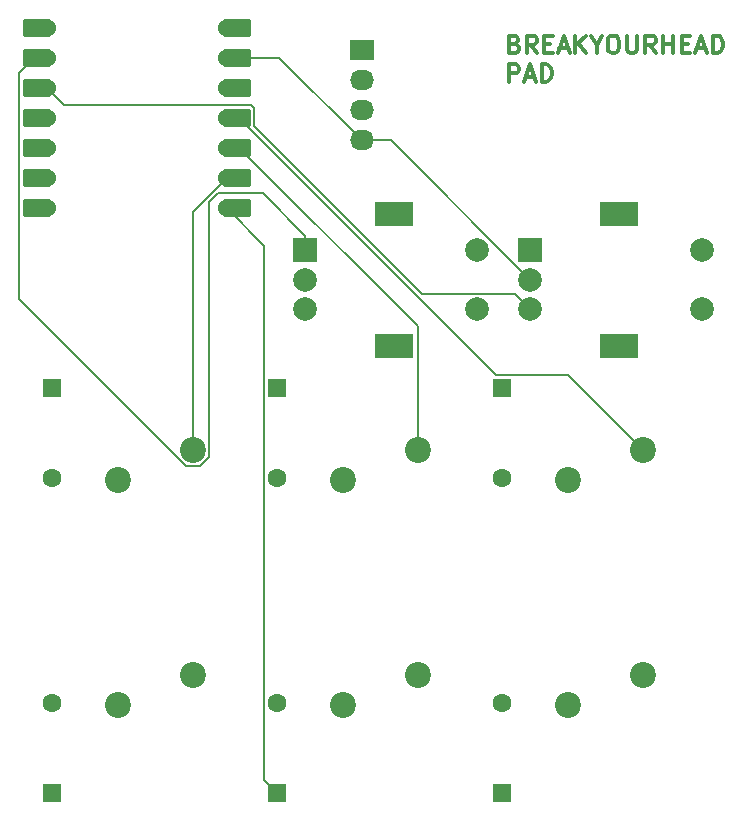
<source format=gtl>
%TF.GenerationSoftware,KiCad,Pcbnew,9.0.6*%
%TF.CreationDate,2025-12-04T23:37:52+05:30*%
%TF.ProjectId,MacroPad,4d616372-6f50-4616-942e-6b696361645f,rev?*%
%TF.SameCoordinates,Original*%
%TF.FileFunction,Copper,L1,Top*%
%TF.FilePolarity,Positive*%
%FSLAX46Y46*%
G04 Gerber Fmt 4.6, Leading zero omitted, Abs format (unit mm)*
G04 Created by KiCad (PCBNEW 9.0.6) date 2025-12-04 23:37:52*
%MOMM*%
%LPD*%
G01*
G04 APERTURE LIST*
G04 Aperture macros list*
%AMRoundRect*
0 Rectangle with rounded corners*
0 $1 Rounding radius*
0 $2 $3 $4 $5 $6 $7 $8 $9 X,Y pos of 4 corners*
0 Add a 4 corners polygon primitive as box body*
4,1,4,$2,$3,$4,$5,$6,$7,$8,$9,$2,$3,0*
0 Add four circle primitives for the rounded corners*
1,1,$1+$1,$2,$3*
1,1,$1+$1,$4,$5*
1,1,$1+$1,$6,$7*
1,1,$1+$1,$8,$9*
0 Add four rect primitives between the rounded corners*
20,1,$1+$1,$2,$3,$4,$5,0*
20,1,$1+$1,$4,$5,$6,$7,0*
20,1,$1+$1,$6,$7,$8,$9,0*
20,1,$1+$1,$8,$9,$2,$3,0*%
G04 Aperture macros list end*
%ADD10C,0.300000*%
%TA.AperFunction,NonConductor*%
%ADD11C,0.300000*%
%TD*%
%TA.AperFunction,ComponentPad*%
%ADD12C,2.200000*%
%TD*%
%TA.AperFunction,ComponentPad*%
%ADD13R,2.000000X2.000000*%
%TD*%
%TA.AperFunction,ComponentPad*%
%ADD14C,2.000000*%
%TD*%
%TA.AperFunction,ComponentPad*%
%ADD15R,3.200000X2.000000*%
%TD*%
%TA.AperFunction,ComponentPad*%
%ADD16R,2.030000X1.730000*%
%TD*%
%TA.AperFunction,ComponentPad*%
%ADD17O,2.030000X1.730000*%
%TD*%
%TA.AperFunction,SMDPad,CuDef*%
%ADD18RoundRect,0.152400X1.063600X0.609600X-1.063600X0.609600X-1.063600X-0.609600X1.063600X-0.609600X0*%
%TD*%
%TA.AperFunction,ComponentPad*%
%ADD19C,1.524000*%
%TD*%
%TA.AperFunction,SMDPad,CuDef*%
%ADD20RoundRect,0.152400X-1.063600X-0.609600X1.063600X-0.609600X1.063600X0.609600X-1.063600X0.609600X0*%
%TD*%
%TA.AperFunction,ComponentPad*%
%ADD21RoundRect,0.250000X-0.550000X0.550000X-0.550000X-0.550000X0.550000X-0.550000X0.550000X0.550000X0*%
%TD*%
%TA.AperFunction,ComponentPad*%
%ADD22C,1.600000*%
%TD*%
%TA.AperFunction,ComponentPad*%
%ADD23RoundRect,0.250000X0.550000X-0.550000X0.550000X0.550000X-0.550000X0.550000X-0.550000X-0.550000X0*%
%TD*%
%TA.AperFunction,Conductor*%
%ADD24C,0.200000*%
%TD*%
G04 APERTURE END LIST*
D10*
D11*
X151828260Y-55783948D02*
X152042546Y-55855376D01*
X152042546Y-55855376D02*
X152113975Y-55926805D01*
X152113975Y-55926805D02*
X152185403Y-56069662D01*
X152185403Y-56069662D02*
X152185403Y-56283948D01*
X152185403Y-56283948D02*
X152113975Y-56426805D01*
X152113975Y-56426805D02*
X152042546Y-56498234D01*
X152042546Y-56498234D02*
X151899689Y-56569662D01*
X151899689Y-56569662D02*
X151328260Y-56569662D01*
X151328260Y-56569662D02*
X151328260Y-55069662D01*
X151328260Y-55069662D02*
X151828260Y-55069662D01*
X151828260Y-55069662D02*
X151971118Y-55141091D01*
X151971118Y-55141091D02*
X152042546Y-55212519D01*
X152042546Y-55212519D02*
X152113975Y-55355376D01*
X152113975Y-55355376D02*
X152113975Y-55498234D01*
X152113975Y-55498234D02*
X152042546Y-55641091D01*
X152042546Y-55641091D02*
X151971118Y-55712519D01*
X151971118Y-55712519D02*
X151828260Y-55783948D01*
X151828260Y-55783948D02*
X151328260Y-55783948D01*
X153685403Y-56569662D02*
X153185403Y-55855376D01*
X152828260Y-56569662D02*
X152828260Y-55069662D01*
X152828260Y-55069662D02*
X153399689Y-55069662D01*
X153399689Y-55069662D02*
X153542546Y-55141091D01*
X153542546Y-55141091D02*
X153613975Y-55212519D01*
X153613975Y-55212519D02*
X153685403Y-55355376D01*
X153685403Y-55355376D02*
X153685403Y-55569662D01*
X153685403Y-55569662D02*
X153613975Y-55712519D01*
X153613975Y-55712519D02*
X153542546Y-55783948D01*
X153542546Y-55783948D02*
X153399689Y-55855376D01*
X153399689Y-55855376D02*
X152828260Y-55855376D01*
X154328260Y-55783948D02*
X154828260Y-55783948D01*
X155042546Y-56569662D02*
X154328260Y-56569662D01*
X154328260Y-56569662D02*
X154328260Y-55069662D01*
X154328260Y-55069662D02*
X155042546Y-55069662D01*
X155613975Y-56141091D02*
X156328261Y-56141091D01*
X155471118Y-56569662D02*
X155971118Y-55069662D01*
X155971118Y-55069662D02*
X156471118Y-56569662D01*
X156971117Y-56569662D02*
X156971117Y-55069662D01*
X157828260Y-56569662D02*
X157185403Y-55712519D01*
X157828260Y-55069662D02*
X156971117Y-55926805D01*
X158756832Y-55855376D02*
X158756832Y-56569662D01*
X158256832Y-55069662D02*
X158756832Y-55855376D01*
X158756832Y-55855376D02*
X159256832Y-55069662D01*
X160042546Y-55069662D02*
X160328260Y-55069662D01*
X160328260Y-55069662D02*
X160471117Y-55141091D01*
X160471117Y-55141091D02*
X160613974Y-55283948D01*
X160613974Y-55283948D02*
X160685403Y-55569662D01*
X160685403Y-55569662D02*
X160685403Y-56069662D01*
X160685403Y-56069662D02*
X160613974Y-56355376D01*
X160613974Y-56355376D02*
X160471117Y-56498234D01*
X160471117Y-56498234D02*
X160328260Y-56569662D01*
X160328260Y-56569662D02*
X160042546Y-56569662D01*
X160042546Y-56569662D02*
X159899689Y-56498234D01*
X159899689Y-56498234D02*
X159756831Y-56355376D01*
X159756831Y-56355376D02*
X159685403Y-56069662D01*
X159685403Y-56069662D02*
X159685403Y-55569662D01*
X159685403Y-55569662D02*
X159756831Y-55283948D01*
X159756831Y-55283948D02*
X159899689Y-55141091D01*
X159899689Y-55141091D02*
X160042546Y-55069662D01*
X161328260Y-55069662D02*
X161328260Y-56283948D01*
X161328260Y-56283948D02*
X161399689Y-56426805D01*
X161399689Y-56426805D02*
X161471118Y-56498234D01*
X161471118Y-56498234D02*
X161613975Y-56569662D01*
X161613975Y-56569662D02*
X161899689Y-56569662D01*
X161899689Y-56569662D02*
X162042546Y-56498234D01*
X162042546Y-56498234D02*
X162113975Y-56426805D01*
X162113975Y-56426805D02*
X162185403Y-56283948D01*
X162185403Y-56283948D02*
X162185403Y-55069662D01*
X163756832Y-56569662D02*
X163256832Y-55855376D01*
X162899689Y-56569662D02*
X162899689Y-55069662D01*
X162899689Y-55069662D02*
X163471118Y-55069662D01*
X163471118Y-55069662D02*
X163613975Y-55141091D01*
X163613975Y-55141091D02*
X163685404Y-55212519D01*
X163685404Y-55212519D02*
X163756832Y-55355376D01*
X163756832Y-55355376D02*
X163756832Y-55569662D01*
X163756832Y-55569662D02*
X163685404Y-55712519D01*
X163685404Y-55712519D02*
X163613975Y-55783948D01*
X163613975Y-55783948D02*
X163471118Y-55855376D01*
X163471118Y-55855376D02*
X162899689Y-55855376D01*
X164399689Y-56569662D02*
X164399689Y-55069662D01*
X164399689Y-55783948D02*
X165256832Y-55783948D01*
X165256832Y-56569662D02*
X165256832Y-55069662D01*
X165971118Y-55783948D02*
X166471118Y-55783948D01*
X166685404Y-56569662D02*
X165971118Y-56569662D01*
X165971118Y-56569662D02*
X165971118Y-55069662D01*
X165971118Y-55069662D02*
X166685404Y-55069662D01*
X167256833Y-56141091D02*
X167971119Y-56141091D01*
X167113976Y-56569662D02*
X167613976Y-55069662D01*
X167613976Y-55069662D02*
X168113976Y-56569662D01*
X168613975Y-56569662D02*
X168613975Y-55069662D01*
X168613975Y-55069662D02*
X168971118Y-55069662D01*
X168971118Y-55069662D02*
X169185404Y-55141091D01*
X169185404Y-55141091D02*
X169328261Y-55283948D01*
X169328261Y-55283948D02*
X169399690Y-55426805D01*
X169399690Y-55426805D02*
X169471118Y-55712519D01*
X169471118Y-55712519D02*
X169471118Y-55926805D01*
X169471118Y-55926805D02*
X169399690Y-56212519D01*
X169399690Y-56212519D02*
X169328261Y-56355376D01*
X169328261Y-56355376D02*
X169185404Y-56498234D01*
X169185404Y-56498234D02*
X168971118Y-56569662D01*
X168971118Y-56569662D02*
X168613975Y-56569662D01*
X151328260Y-58984578D02*
X151328260Y-57484578D01*
X151328260Y-57484578D02*
X151899689Y-57484578D01*
X151899689Y-57484578D02*
X152042546Y-57556007D01*
X152042546Y-57556007D02*
X152113975Y-57627435D01*
X152113975Y-57627435D02*
X152185403Y-57770292D01*
X152185403Y-57770292D02*
X152185403Y-57984578D01*
X152185403Y-57984578D02*
X152113975Y-58127435D01*
X152113975Y-58127435D02*
X152042546Y-58198864D01*
X152042546Y-58198864D02*
X151899689Y-58270292D01*
X151899689Y-58270292D02*
X151328260Y-58270292D01*
X152756832Y-58556007D02*
X153471118Y-58556007D01*
X152613975Y-58984578D02*
X153113975Y-57484578D01*
X153113975Y-57484578D02*
X153613975Y-58984578D01*
X154113974Y-58984578D02*
X154113974Y-57484578D01*
X154113974Y-57484578D02*
X154471117Y-57484578D01*
X154471117Y-57484578D02*
X154685403Y-57556007D01*
X154685403Y-57556007D02*
X154828260Y-57698864D01*
X154828260Y-57698864D02*
X154899689Y-57841721D01*
X154899689Y-57841721D02*
X154971117Y-58127435D01*
X154971117Y-58127435D02*
X154971117Y-58341721D01*
X154971117Y-58341721D02*
X154899689Y-58627435D01*
X154899689Y-58627435D02*
X154828260Y-58770292D01*
X154828260Y-58770292D02*
X154685403Y-58913150D01*
X154685403Y-58913150D02*
X154471117Y-58984578D01*
X154471117Y-58984578D02*
X154113974Y-58984578D01*
D12*
%TO.P,SW5,1,1*%
%TO.N,/COL1*%
X143630000Y-109190000D03*
%TO.P,SW5,2,2*%
%TO.N,Net-(D10-A)*%
X137280000Y-111730000D03*
%TD*%
D13*
%TO.P,SW8,A,A*%
%TO.N,/ENC1_B*%
X134105000Y-73233750D03*
D14*
%TO.P,SW8,B,B*%
%TO.N,/ENC1_A*%
X134105000Y-78233750D03*
%TO.P,SW8,C,C*%
%TO.N,GND*%
X134105000Y-75733750D03*
D15*
%TO.P,SW8,MP*%
%TO.N,N/C*%
X141605000Y-70133750D03*
X141605000Y-81333750D03*
D14*
%TO.P,SW8,S1,S1*%
%TO.N,unconnected-(SW8-PadS1)*%
X148605000Y-78233750D03*
%TO.P,SW8,S2,S2*%
%TO.N,unconnected-(SW8-PadS2)*%
X148605000Y-73233750D03*
%TD*%
D16*
%TO.P,J1,1,Pin_1*%
%TO.N,/SDA*%
X138867500Y-56326250D03*
D17*
%TO.P,J1,2,Pin_2*%
%TO.N,/SCL*%
X138867500Y-58866250D03*
%TO.P,J1,3,Pin_3*%
%TO.N,VCC*%
X138867500Y-61406250D03*
%TO.P,J1,4,Pin_4*%
%TO.N,GND*%
X138867500Y-63946250D03*
%TD*%
D12*
%TO.P,SW4,1,1*%
%TO.N,/COL0*%
X124580000Y-109190000D03*
%TO.P,SW4,2,2*%
%TO.N,Net-(D9-A)*%
X118230000Y-111730000D03*
%TD*%
%TO.P,SW3,1,1*%
%TO.N,/COL1*%
X143630000Y-90140000D03*
%TO.P,SW3,2,2*%
%TO.N,Net-(D8-A)*%
X137280000Y-92680000D03*
%TD*%
%TO.P,SW6,1,1*%
%TO.N,/COL2*%
X162680000Y-90140000D03*
%TO.P,SW6,2,2*%
%TO.N,Net-(D6-A)*%
X156330000Y-92680000D03*
%TD*%
%TO.P,SW1,1,1*%
%TO.N,/COL2*%
X162680000Y-109190000D03*
%TO.P,SW1,2,2*%
%TO.N,Net-(D5-A)*%
X156330000Y-111730000D03*
%TD*%
D18*
%TO.P,U2,1,GPIO26/ADC0/A0*%
%TO.N,/ENC1_A*%
X111362500Y-54421250D03*
D19*
X112197500Y-54421250D03*
D18*
%TO.P,U2,2,GPIO27/ADC1/A1*%
%TO.N,/ENC1_B*%
X111362500Y-56961250D03*
D19*
X112197500Y-56961250D03*
D18*
%TO.P,U2,3,GPIO28/ADC2/A2*%
%TO.N,/ENC2_A*%
X111362500Y-59501250D03*
D19*
X112197500Y-59501250D03*
D18*
%TO.P,U2,4,GPIO29/ADC3/A3*%
%TO.N,/ENC2_B*%
X111362500Y-62041250D03*
D19*
X112197500Y-62041250D03*
D18*
%TO.P,U2,5,GPIO6/SDA*%
%TO.N,/SDA*%
X111362500Y-64581250D03*
D19*
X112197500Y-64581250D03*
D18*
%TO.P,U2,6,GPIO7/SCL*%
%TO.N,/SCL*%
X111362500Y-67121250D03*
D19*
X112197500Y-67121250D03*
D18*
%TO.P,U2,7,GPIO0/TX*%
%TO.N,/ROW0*%
X111362500Y-69661250D03*
D19*
X112197500Y-69661250D03*
%TO.P,U2,8,GPIO1/RX*%
%TO.N,/ROW1*%
X127437500Y-69661250D03*
D20*
X128272500Y-69661250D03*
D19*
%TO.P,U2,9,GPIO2/SCK*%
%TO.N,/COL0*%
X127437500Y-67121250D03*
D20*
X128272500Y-67121250D03*
D19*
%TO.P,U2,10,GPIO4/MISO*%
%TO.N,/COL1*%
X127437500Y-64581250D03*
D20*
X128272500Y-64581250D03*
D19*
%TO.P,U2,11,GPIO3/MOSI*%
%TO.N,/COL2*%
X127437500Y-62041250D03*
D20*
X128272500Y-62041250D03*
D19*
%TO.P,U2,12,3V3*%
%TO.N,VCC*%
X127437500Y-59501250D03*
D20*
X128272500Y-59501250D03*
D19*
%TO.P,U2,13,GND*%
%TO.N,GND*%
X127437500Y-56961250D03*
D20*
X128272500Y-56961250D03*
D19*
%TO.P,U2,14,VBUS*%
%TO.N,unconnected-(U2-VBUS-Pad14)*%
X127437500Y-54421250D03*
D20*
X128272500Y-54421250D03*
%TD*%
D12*
%TO.P,SW2,1,1*%
%TO.N,/COL0*%
X124580000Y-90140000D03*
%TO.P,SW2,2,2*%
%TO.N,Net-(D7-A)*%
X118230000Y-92680000D03*
%TD*%
D13*
%TO.P,SW7,A,A*%
%TO.N,/ENC2_B*%
X153155000Y-73233750D03*
D14*
%TO.P,SW7,B,B*%
%TO.N,/ENC2_A*%
X153155000Y-78233750D03*
%TO.P,SW7,C,C*%
%TO.N,GND*%
X153155000Y-75733750D03*
D15*
%TO.P,SW7,MP*%
%TO.N,N/C*%
X160655000Y-70133750D03*
X160655000Y-81333750D03*
D14*
%TO.P,SW7,S1,S1*%
%TO.N,unconnected-(SW7-PadS1)*%
X167655000Y-78233750D03*
%TO.P,SW7,S2,S2*%
%TO.N,unconnected-(SW7-PadS2)*%
X167655000Y-73233750D03*
%TD*%
D21*
%TO.P,D7,1,K*%
%TO.N,/ROW0*%
X112673750Y-84901250D03*
D22*
%TO.P,D7,2,A*%
%TO.N,Net-(D7-A)*%
X112673750Y-92521250D03*
%TD*%
D23*
%TO.P,D10,1,K*%
%TO.N,/ROW1*%
X131723750Y-119191250D03*
D22*
%TO.P,D10,2,A*%
%TO.N,Net-(D10-A)*%
X131723750Y-111571250D03*
%TD*%
D21*
%TO.P,D6,1,K*%
%TO.N,/ROW0*%
X150773750Y-84901250D03*
D22*
%TO.P,D6,2,A*%
%TO.N,Net-(D6-A)*%
X150773750Y-92521250D03*
%TD*%
D21*
%TO.P,D8,1,K*%
%TO.N,/ROW0*%
X131723750Y-84901250D03*
D22*
%TO.P,D8,2,A*%
%TO.N,Net-(D8-A)*%
X131723750Y-92521250D03*
%TD*%
D23*
%TO.P,D5,1,K*%
%TO.N,/ROW1*%
X150773750Y-119191250D03*
D22*
%TO.P,D5,2,A*%
%TO.N,Net-(D5-A)*%
X150773750Y-111571250D03*
%TD*%
D23*
%TO.P,D9,1,K*%
%TO.N,/ROW1*%
X112673750Y-119191250D03*
D22*
%TO.P,D9,2,A*%
%TO.N,Net-(D9-A)*%
X112673750Y-111571250D03*
%TD*%
D24*
%TO.N,/ROW1*%
X130622750Y-72846500D02*
X127437500Y-69661250D01*
X130622750Y-118090250D02*
X130622750Y-72846500D01*
X131723750Y-119191250D02*
X130622750Y-118090250D01*
%TO.N,GND*%
X138867500Y-63946250D02*
X131882500Y-56961250D01*
X141367500Y-63946250D02*
X138867500Y-63946250D01*
X153155000Y-75733750D02*
X141367500Y-63946250D01*
X131882500Y-56961250D02*
X127437500Y-56961250D01*
%TO.N,/COL2*%
X128515130Y-62041250D02*
X127437500Y-62041250D01*
X162680000Y-90140000D02*
X156340250Y-83800250D01*
X150274130Y-83800250D02*
X128515130Y-62041250D01*
X156340250Y-83800250D02*
X150274130Y-83800250D01*
%TO.N,/COL0*%
X124580000Y-90140000D02*
X124580000Y-69978750D01*
X124580000Y-69978750D02*
X127437500Y-67121250D01*
%TO.N,/COL1*%
X143630000Y-79696120D02*
X128515130Y-64581250D01*
X128515130Y-64581250D02*
X127437500Y-64581250D01*
X143630000Y-90140000D02*
X143630000Y-79696120D01*
%TO.N,/ENC2_A*%
X129528126Y-60978250D02*
X113674500Y-60978250D01*
X153155000Y-78233750D02*
X151854000Y-76932750D01*
X129789500Y-62748520D02*
X129789500Y-61239624D01*
X143973730Y-76932750D02*
X129789500Y-62748520D01*
X129789500Y-61239624D02*
X129528126Y-60978250D01*
X151854000Y-76932750D02*
X143973730Y-76932750D01*
X113674500Y-60978250D02*
X112197500Y-59501250D01*
%TO.N,/ENC1_B*%
X125160314Y-91541000D02*
X123999686Y-91541000D01*
X125981000Y-69144850D02*
X125981000Y-90720314D01*
X109845500Y-58235620D02*
X111119870Y-56961250D01*
X109845500Y-77386814D02*
X109845500Y-58235620D01*
X134105000Y-73233750D02*
X134105000Y-72033750D01*
X111119870Y-56961250D02*
X112197500Y-56961250D01*
X125981000Y-90720314D02*
X125160314Y-91541000D01*
X123999686Y-91541000D02*
X109845500Y-77386814D01*
X134105000Y-72033750D02*
X130507925Y-68436675D01*
X130507925Y-68436675D02*
X126689175Y-68436675D01*
X126689175Y-68436675D02*
X125981000Y-69144850D01*
%TD*%
M02*

</source>
